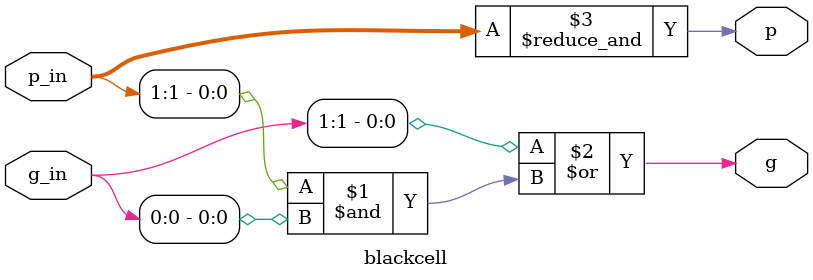
<source format=sv>
module blackcell (
  input  logic [1:0] g_in, p_in,
  output logic g, p
);

  assign g = g_in[1] | (p_in[1] & g_in[0]);
  assign p = &p_in;

endmodule

</source>
